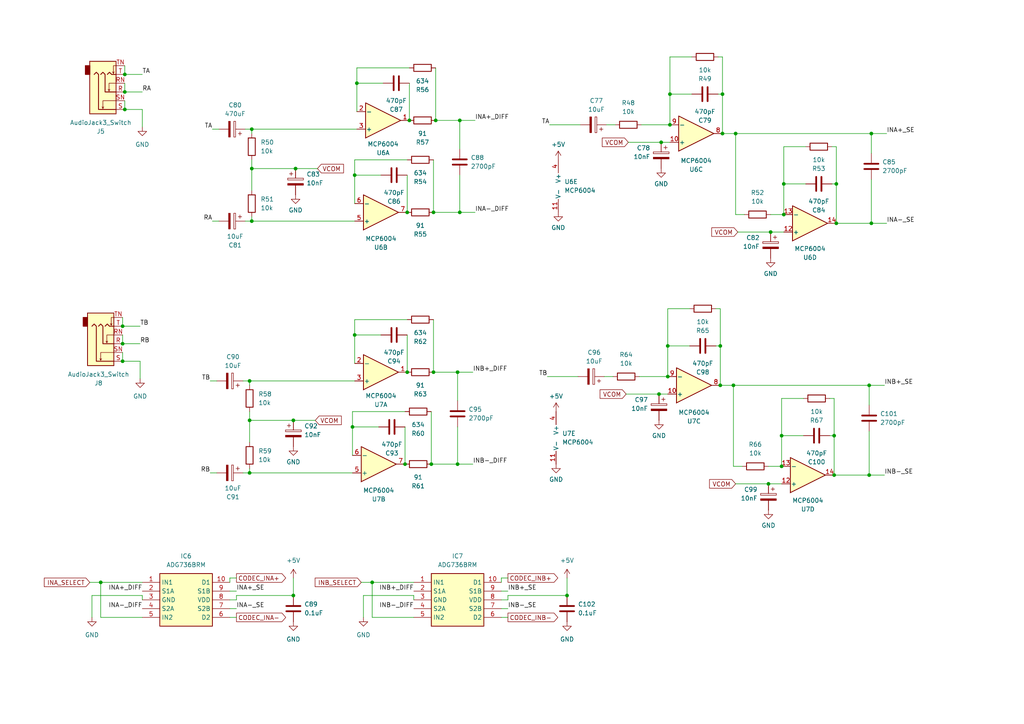
<source format=kicad_sch>
(kicad_sch (version 20230121) (generator eeschema)
  (paper "A4")
  (lib_symbols
    (symbol "Amplifier_Operational:MCP6004" (pin_names (offset 0.127))
      (property "Reference" "U" (at 0 5.08 0))
      (property "Value" "MCP6004" (at 0 -5.08 0))
      (symbol "MCP6004_1_1"
        (polyline (pts (xy -5.08 5.08) (xy 5.08 0) (xy -5.08 -5.08) (xy -5.08 5.08)) (stroke (width 0.254)) (fill (type background)))
        (pin output line (at 7.62 0 180) (length 2.54) (name "~") (number "1"))
        (pin input line (at -7.62 -2.54 0) (length 2.54) (name "-") (number "2"))
        (pin input line (at -7.62 2.54 0) (length 2.54) (name "+") (number "3"))
      )
      (symbol "MCP6004_2_1"
        (polyline (pts (xy -5.08 5.08) (xy 5.08 0) (xy -5.08 -5.08) (xy -5.08 5.08)) (stroke (width 0.254)) (fill (type background)))
        (pin input line (at -7.62 2.54 0) (length 2.54) (name "+") (number "5"))
        (pin input line (at -7.62 -2.54 0) (length 2.54) (name "-") (number "6"))
        (pin output line (at 7.62 0 180) (length 2.54) (name "~") (number "7"))
      )
      (symbol "MCP6004_3_1"
        (polyline (pts (xy -5.08 5.08) (xy 5.08 0) (xy -5.08 -5.08) (xy -5.08 5.08)) (stroke (width 0.254)) (fill (type background)))
        (pin input line (at -7.62 2.54 0) (length 2.54) (name "+") (number "10"))
        (pin output line (at 7.62 0 180) (length 2.54) (name "~") (number "8"))
        (pin input line (at -7.62 -2.54 0) (length 2.54) (name "-") (number "9"))
      )
      (symbol "MCP6004_4_1"
        (polyline (pts (xy -5.08 5.08) (xy 5.08 0) (xy -5.08 -5.08) (xy -5.08 5.08)) (stroke (width 0.254)) (fill (type background)))
        (pin input line (at -7.62 2.54 0) (length 2.54) (name "+") (number "12"))
        (pin input line (at -7.62 -2.54 0) (length 2.54) (name "-") (number "13"))
        (pin output line (at 7.62 0 180) (length 2.54) (name "~") (number "14"))
      )
      (symbol "MCP6004_5_1"
        (pin power_in line (at -2.54 -7.62 90) (length 3.81) (name "V-") (number "11"))
        (pin power_in line (at -2.54 7.62 270) (length 3.81) (name "V+") (number "4"))
      )
    )
    (symbol "Connector_Audio:AudioJack3_Switch"
      (property "Reference" "J" (at 0 11.43 0))
      (property "Value" "AudioJack3_Switch" (at 0 8.89 0))
      (symbol "AudioJack3_Switch_0_1"
        (rectangle (start -5.08 -5.08) (end -6.35 -7.62) (stroke (width 0.254)) (fill (type outline)))
        (polyline (pts (xy -1.27 4.826) (xy -1.016 4.318)))
        (polyline (pts (xy 0.508 -0.254) (xy 0.762 -0.762)))
        (polyline (pts (xy 1.778 -5.334) (xy 2.032 -5.842)))
        (polyline (pts (xy 0 -5.08) (xy 0.635 -5.715) (xy 1.27 -5.08) (xy 2.54 -5.08)) (stroke (width 0.254)))
        (polyline (pts (xy 2.54 -7.62) (xy 1.778 -7.62) (xy 1.778 -5.334) (xy 1.524 -5.842)))
        (polyline (pts (xy 2.54 -2.54) (xy 0.508 -2.54) (xy 0.508 -0.254) (xy 0.254 -0.762)))
        (polyline (pts (xy 2.54 2.54) (xy -1.27 2.54) (xy -1.27 4.826) (xy -1.524 4.318)))
        (polyline (pts (xy -1.905 -5.08) (xy -1.27 -5.715) (xy -0.635 -5.08) (xy -0.635 0) (xy 2.54 0)) (stroke (width 0.254)))
        (polyline (pts (xy 2.54 5.08) (xy -2.54 5.08) (xy -2.54 -5.08) (xy -3.175 -5.715) (xy -3.81 -5.08)) (stroke (width 0.254)))
        (rectangle (start 2.54 6.35) (end -5.08 -8.89) (stroke (width 0.254)) (fill (type background)))
      )
      (symbol "AudioJack3_Switch_1_1"
        (pin passive line (at 5.08 0 180) (length 2.54) (name "~") (number "R"))
        (pin passive line (at 5.08 -2.54 180) (length 2.54) (name "~") (number "RN"))
        (pin passive line (at 5.08 5.08 180) (length 2.54) (name "~") (number "S"))
        (pin passive line (at 5.08 2.54 180) (length 2.54) (name "~") (number "SN"))
        (pin passive line (at 5.08 -5.08 180) (length 2.54) (name "~") (number "T"))
        (pin passive line (at 5.08 -7.62 180) (length 2.54) (name "~") (number "TN"))
      )
    )
    (symbol "Device:C" (pin_numbers hide) (pin_names (offset 0.254))
      (property "Reference" "C" (at 0.635 2.54 0))
      (property "Value" "C" (at 0.635 -2.54 0))
      (symbol "C_0_1"
        (polyline (pts (xy -2.032 -0.762) (xy 2.032 -0.762)) (stroke (width 0.508)))
        (polyline (pts (xy -2.032 0.762) (xy 2.032 0.762)) (stroke (width 0.508)))
      )
      (symbol "C_1_1"
        (pin passive line (at 0 3.81 270) (length 2.794) (name "~") (number "1"))
        (pin passive line (at 0 -3.81 90) (length 2.794) (name "~") (number "2"))
      )
    )
    (symbol "Device:C_Polarized" (pin_numbers hide) (pin_names (offset 0.254))
      (property "Reference" "C" (at 0.635 2.54 0))
      (property "Value" "C_Polarized" (at 0.635 -2.54 0))
      (symbol "C_Polarized_0_1"
        (rectangle (start -2.286 0.508) (end 2.286 1.016))
        (polyline (pts (xy -1.778 2.286) (xy -0.762 2.286)))
        (polyline (pts (xy -1.27 2.794) (xy -1.27 1.778)))
        (rectangle (start 2.286 -0.508) (end -2.286 -1.016) (fill (type outline)))
      )
      (symbol "C_Polarized_1_1"
        (pin passive line (at 0 3.81 270) (length 2.794) (name "~") (number "1"))
        (pin passive line (at 0 -3.81 90) (length 2.794) (name "~") (number "2"))
      )
    )
    (symbol "Device:R" (pin_numbers hide) (pin_names (offset 0))
      (property "Reference" "R" (at 2.032 0 90))
      (property "Value" "R" (at 0 0 90))
      (symbol "R_0_1"
        (rectangle (start -1.016 -2.54) (end 1.016 2.54) (stroke (width 0.254)))
      )
      (symbol "R_1_1"
        (pin passive line (at 0 3.81 270) (length 1.27) (name "~") (number "1"))
        (pin passive line (at 0 -3.81 90) (length 1.27) (name "~") (number "2"))
      )
    )
    (symbol "library:ADG736BRM"
      (property "Reference" "IC" (at 21.59 7.62 0))
      (property "Value" "ADG736BRM" (at 21.59 5.08 0))
      (symbol "ADG736BRM_1_1"
        (rectangle (start 5.08 2.54) (end 20.32 -12.7) (stroke (width 0.254)) (fill (type background)))
        (pin passive line (at 0 0 0) (length 5.08) (name "IN1") (number "1"))
        (pin passive line (at 25.4 0 180) (length 5.08) (name "D1") (number "10"))
        (pin passive line (at 0 -2.54 0) (length 5.08) (name "S1A") (number "2"))
        (pin passive line (at 0 -5.08 0) (length 5.08) (name "GND") (number "3"))
        (pin passive line (at 0 -7.62 0) (length 5.08) (name "S2A") (number "4"))
        (pin passive line (at 0 -10.16 0) (length 5.08) (name "IN2") (number "5"))
        (pin passive line (at 25.4 -10.16 180) (length 5.08) (name "D2") (number "6"))
        (pin passive line (at 25.4 -7.62 180) (length 5.08) (name "S2B") (number "7"))
        (pin passive line (at 25.4 -5.08 180) (length 5.08) (name "VDD") (number "8"))
        (pin passive line (at 25.4 -2.54 180) (length 5.08) (name "S1B") (number "9"))
      )
    )
    (symbol "power:+5V" (power) (pin_names (offset 0))
      (property "Value" "+5V" (at 0 3.556 0))
      (symbol "+5V_0_1"
        (polyline (pts (xy -0.762 1.27) (xy 0 2.54)))
        (polyline (pts (xy 0 0) (xy 0 2.54)))
        (polyline (pts (xy 0 2.54) (xy 0.762 1.27)))
      )
      (symbol "+5V_1_1"
        (pin power_in line (at 0 0 90) (length 0) hide (name "+5V") (number "1"))
      )
    )
    (symbol "power:GND" (power) (pin_names (offset 0))
      (property "Value" "GND" (at 0 -3.81 0))
      (symbol "GND_0_1"
        (polyline (pts (xy 0 0) (xy 0 -1.27) (xy 1.27 -1.27) (xy 0 -2.54) (xy -1.27 -1.27) (xy 0 -1.27)))
      )
      (symbol "GND_1_1"
        (pin power_in line (at 0 0 270) (length 0) hide (name "GND") (number "1"))
      )
    )
  )
  (junction (at 102.235 123.825))
  (junction (at 194.31 27.305))
  (junction (at 133.35 61.595))
  (junction (at 193.675 109.22))
  (junction (at 85.725 48.895))
  (junction (at 36.195 21.59))
  (junction (at 35.56 104.775))
  (junction (at 35.56 99.695))
  (junction (at 242.57 64.77))
  (junction (at 226.695 126.365))
  (junction (at 117.475 134.62))
  (junction (at 125.73 61.595))
  (junction (at 29.21 168.91))
  (junction (at 208.915 111.76))
  (junction (at 209.55 27.305))
  (junction (at 36.195 31.75))
  (junction (at 252.095 111.76))
  (junction (at 72.39 121.92))
  (junction (at 35.56 94.615))
  (junction (at 252.73 64.77))
  (junction (at 118.745 34.925))
  (junction (at 133.35 34.925))
  (junction (at 118.11 61.595))
  (junction (at 103.505 24.13))
  (junction (at 132.715 134.62))
  (junction (at 208.915 100.33))
  (junction (at 102.87 97.155))
  (junction (at 72.39 137.16))
  (junction (at 36.195 26.67))
  (junction (at 85.09 121.92))
  (junction (at 193.675 100.33))
  (junction (at 223.52 67.31))
  (junction (at 102.87 50.8))
  (junction (at 226.695 135.255))
  (junction (at 209.55 38.735))
  (junction (at 73.025 37.465))
  (junction (at 222.885 140.335))
  (junction (at 132.715 107.95))
  (junction (at 252.73 38.735))
  (junction (at 191.77 41.275))
  (junction (at 126.365 34.925))
  (junction (at 125.73 107.95))
  (junction (at 118.11 107.95))
  (junction (at 213.36 38.735))
  (junction (at 241.935 126.365))
  (junction (at 242.57 53.34))
  (junction (at 227.33 62.23))
  (junction (at 194.31 36.195))
  (junction (at 125.095 134.62))
  (junction (at 227.33 53.34))
  (junction (at 107.95 168.91))
  (junction (at 73.025 64.135))
  (junction (at 212.725 111.76))
  (junction (at 73.025 48.895))
  (junction (at 191.135 114.3))
  (junction (at 85.09 172.72))
  (junction (at 72.39 110.49))
  (junction (at 252.095 137.795))
  (junction (at 164.465 172.72))
  (junction (at 241.935 137.795))
  (wire (pts (xy 29.21 179.07) (xy 41.275 179.07)))
  (wire (pts (xy 212.725 135.255) (xy 215.265 135.255)))
  (wire (pts (xy 208.915 111.76) (xy 212.725 111.76)))
  (wire (pts (xy 60.96 110.49) (xy 62.865 110.49)))
  (wire (pts (xy 185.42 109.22) (xy 193.675 109.22)))
  (wire (pts (xy 85.725 48.895) (xy 92.075 48.895)))
  (wire (pts (xy 35.56 99.695) (xy 40.64 99.695)))
  (wire (pts (xy 252.095 137.795) (xy 252.095 125.095)))
  (wire (pts (xy 73.025 62.865) (xy 73.025 64.135)))
  (wire (pts (xy 159.385 36.195) (xy 168.275 36.195)))
  (wire (pts (xy 70.485 137.16) (xy 72.39 137.16)))
  (wire (pts (xy 41.275 31.75) (xy 36.195 31.75)))
  (wire (pts (xy 125.73 61.595) (xy 133.35 61.595)))
  (wire (pts (xy 36.195 26.67) (xy 36.195 24.13)))
  (wire (pts (xy 68.58 172.72) (xy 68.58 173.99)))
  (wire (pts (xy 208.28 16.51) (xy 209.55 16.51)))
  (wire (pts (xy 68.58 173.99) (xy 66.675 173.99)))
  (wire (pts (xy 208.28 27.305) (xy 209.55 27.305)))
  (wire (pts (xy 175.895 36.195) (xy 178.435 36.195)))
  (wire (pts (xy 102.87 46.355) (xy 102.87 50.8)))
  (wire (pts (xy 252.095 111.76) (xy 252.095 117.475)))
  (wire (pts (xy 125.73 92.71) (xy 125.73 107.95)))
  (wire (pts (xy 102.87 97.155) (xy 102.87 105.41)))
  (wire (pts (xy 118.11 46.355) (xy 102.87 46.355)))
  (wire (pts (xy 73.025 64.135) (xy 102.87 64.135)))
  (wire (pts (xy 85.09 172.72) (xy 85.09 167.64)))
  (wire (pts (xy 241.3 53.34) (xy 242.57 53.34)))
  (wire (pts (xy 241.935 137.795) (xy 252.095 137.795)))
  (wire (pts (xy 61.595 37.465) (xy 63.5 37.465)))
  (wire (pts (xy 102.235 119.38) (xy 102.235 123.825)))
  (wire (pts (xy 133.35 61.595) (xy 137.795 61.595)))
  (wire (pts (xy 126.365 19.685) (xy 126.365 34.925)))
  (wire (pts (xy 226.695 126.365) (xy 226.695 135.255)))
  (wire (pts (xy 233.68 42.545) (xy 227.33 42.545)))
  (wire (pts (xy 125.73 61.595) (xy 125.73 46.355)))
  (wire (pts (xy 29.21 179.07) (xy 29.21 168.91)))
  (wire (pts (xy 240.665 115.57) (xy 241.935 115.57)))
  (wire (pts (xy 222.885 135.255) (xy 226.695 135.255)))
  (wire (pts (xy 118.11 92.71) (xy 102.87 92.71)))
  (wire (pts (xy 252.73 64.77) (xy 257.175 64.77)))
  (wire (pts (xy 191.77 41.275) (xy 194.31 41.275)))
  (wire (pts (xy 164.465 172.72) (xy 164.465 167.64)))
  (wire (pts (xy 102.87 97.155) (xy 110.49 97.155)))
  (wire (pts (xy 213.36 38.735) (xy 213.36 62.23)))
  (wire (pts (xy 252.73 64.77) (xy 252.73 52.07)))
  (wire (pts (xy 117.475 123.825) (xy 117.475 134.62)))
  (wire (pts (xy 71.12 37.465) (xy 73.025 37.465)))
  (wire (pts (xy 147.32 179.07) (xy 145.415 179.07)))
  (wire (pts (xy 73.025 48.895) (xy 85.725 48.895)))
  (wire (pts (xy 26.67 172.72) (xy 26.67 179.07)))
  (wire (pts (xy 61.595 64.135) (xy 63.5 64.135)))
  (wire (pts (xy 240.665 126.365) (xy 241.935 126.365)))
  (wire (pts (xy 200.025 89.535) (xy 193.675 89.535)))
  (wire (pts (xy 145.415 171.45) (xy 147.32 171.45)))
  (wire (pts (xy 194.31 16.51) (xy 194.31 27.305)))
  (wire (pts (xy 222.885 140.335) (xy 226.695 140.335)))
  (wire (pts (xy 41.275 172.72) (xy 26.67 172.72)))
  (wire (pts (xy 126.365 34.925) (xy 133.35 34.925)))
  (wire (pts (xy 227.33 42.545) (xy 227.33 53.34)))
  (wire (pts (xy 72.39 135.89) (xy 72.39 137.16)))
  (wire (pts (xy 73.025 48.895) (xy 73.025 55.245)))
  (wire (pts (xy 252.73 38.735) (xy 257.175 38.735)))
  (wire (pts (xy 102.87 92.71) (xy 102.87 97.155)))
  (wire (pts (xy 73.025 37.465) (xy 103.505 37.465)))
  (wire (pts (xy 200.66 27.305) (xy 194.31 27.305)))
  (wire (pts (xy 36.195 26.67) (xy 41.275 26.67)))
  (wire (pts (xy 71.12 64.135) (xy 73.025 64.135)))
  (wire (pts (xy 103.505 19.685) (xy 103.505 24.13)))
  (wire (pts (xy 66.675 167.64) (xy 66.675 168.91)))
  (wire (pts (xy 41.275 172.72) (xy 41.275 173.99)))
  (wire (pts (xy 68.58 172.72) (xy 85.09 172.72)))
  (wire (pts (xy 209.55 16.51) (xy 209.55 27.305)))
  (wire (pts (xy 36.195 21.59) (xy 36.195 19.05)))
  (wire (pts (xy 60.96 137.16) (xy 62.865 137.16)))
  (wire (pts (xy 36.195 31.75) (xy 36.195 29.21)))
  (wire (pts (xy 40.64 104.775) (xy 35.56 104.775)))
  (wire (pts (xy 252.095 137.795) (xy 256.54 137.795)))
  (wire (pts (xy 118.11 97.155) (xy 118.11 107.95)))
  (wire (pts (xy 29.21 168.91) (xy 41.275 168.91)))
  (wire (pts (xy 41.275 36.83) (xy 41.275 31.75)))
  (wire (pts (xy 213.36 62.23) (xy 215.9 62.23)))
  (wire (pts (xy 36.195 21.59) (xy 41.275 21.59)))
  (wire (pts (xy 186.055 36.195) (xy 194.31 36.195)))
  (wire (pts (xy 182.245 41.275) (xy 191.77 41.275)))
  (wire (pts (xy 233.68 53.34) (xy 227.33 53.34)))
  (wire (pts (xy 72.39 110.49) (xy 72.39 111.76)))
  (wire (pts (xy 104.775 168.91) (xy 107.95 168.91)))
  (wire (pts (xy 118.745 24.13) (xy 118.745 34.925)))
  (wire (pts (xy 107.95 179.07) (xy 120.015 179.07)))
  (wire (pts (xy 241.935 126.365) (xy 241.935 137.795)))
  (wire (pts (xy 252.73 38.735) (xy 252.73 44.45)))
  (wire (pts (xy 147.32 167.64) (xy 145.415 167.64)))
  (wire (pts (xy 72.39 121.92) (xy 72.39 119.38)))
  (wire (pts (xy 66.675 171.45) (xy 68.58 171.45)))
  (wire (pts (xy 35.56 104.775) (xy 35.56 102.235)))
  (wire (pts (xy 252.095 111.76) (xy 256.54 111.76)))
  (wire (pts (xy 227.33 53.34) (xy 227.33 62.23)))
  (wire (pts (xy 35.56 99.695) (xy 35.56 97.155)))
  (wire (pts (xy 242.57 42.545) (xy 242.57 53.34)))
  (wire (pts (xy 233.045 126.365) (xy 226.695 126.365)))
  (wire (pts (xy 223.52 62.23) (xy 227.33 62.23)))
  (wire (pts (xy 35.56 94.615) (xy 40.64 94.615)))
  (wire (pts (xy 209.55 27.305) (xy 209.55 38.735)))
  (wire (pts (xy 145.415 167.64) (xy 145.415 168.91)))
  (wire (pts (xy 26.035 168.91) (xy 29.21 168.91)))
  (wire (pts (xy 133.35 50.8) (xy 133.35 61.595)))
  (wire (pts (xy 107.95 168.91) (xy 120.015 168.91)))
  (wire (pts (xy 120.015 172.72) (xy 120.015 173.99)))
  (wire (pts (xy 107.95 179.07) (xy 107.95 168.91)))
  (wire (pts (xy 103.505 24.13) (xy 103.505 32.385)))
  (wire (pts (xy 132.715 107.95) (xy 137.16 107.95)))
  (wire (pts (xy 118.745 19.685) (xy 103.505 19.685)))
  (wire (pts (xy 207.645 100.33) (xy 208.915 100.33)))
  (wire (pts (xy 73.025 48.895) (xy 73.025 46.355)))
  (wire (pts (xy 147.32 172.72) (xy 147.32 173.99)))
  (wire (pts (xy 125.095 134.62) (xy 132.715 134.62)))
  (wire (pts (xy 181.61 114.3) (xy 191.135 114.3)))
  (wire (pts (xy 191.135 114.3) (xy 193.675 114.3)))
  (wire (pts (xy 147.32 172.72) (xy 164.465 172.72)))
  (wire (pts (xy 194.31 27.305) (xy 194.31 36.195)))
  (wire (pts (xy 226.695 115.57) (xy 226.695 126.365)))
  (wire (pts (xy 241.935 115.57) (xy 241.935 126.365)))
  (wire (pts (xy 207.645 89.535) (xy 208.915 89.535)))
  (wire (pts (xy 105.41 172.72) (xy 105.41 179.07)))
  (wire (pts (xy 117.475 119.38) (xy 102.235 119.38)))
  (wire (pts (xy 241.3 42.545) (xy 242.57 42.545)))
  (wire (pts (xy 132.715 116.205) (xy 132.715 107.95)))
  (wire (pts (xy 73.025 37.465) (xy 73.025 38.735)))
  (wire (pts (xy 193.675 89.535) (xy 193.675 100.33)))
  (wire (pts (xy 125.095 134.62) (xy 125.095 119.38)))
  (wire (pts (xy 109.855 123.825) (xy 102.235 123.825)))
  (wire (pts (xy 213.995 67.31) (xy 223.52 67.31)))
  (wire (pts (xy 68.58 179.07) (xy 66.675 179.07)))
  (wire (pts (xy 72.39 121.92) (xy 72.39 128.27)))
  (wire (pts (xy 68.58 167.64) (xy 66.675 167.64)))
  (wire (pts (xy 40.64 109.855) (xy 40.64 104.775)))
  (wire (pts (xy 223.52 67.31) (xy 227.33 67.31)))
  (wire (pts (xy 213.36 140.335) (xy 222.885 140.335)))
  (wire (pts (xy 72.39 110.49) (xy 102.87 110.49)))
  (wire (pts (xy 110.49 50.8) (xy 102.87 50.8)))
  (wire (pts (xy 212.725 111.76) (xy 212.725 135.255)))
  (wire (pts (xy 66.675 176.53) (xy 68.58 176.53)))
  (wire (pts (xy 102.87 50.8) (xy 102.87 59.055)))
  (wire (pts (xy 242.57 53.34) (xy 242.57 64.77)))
  (wire (pts (xy 242.57 64.77) (xy 252.73 64.77)))
  (wire (pts (xy 147.32 173.99) (xy 145.415 173.99)))
  (wire (pts (xy 120.015 172.72) (xy 105.41 172.72)))
  (wire (pts (xy 132.715 134.62) (xy 137.16 134.62)))
  (wire (pts (xy 118.11 50.8) (xy 118.11 61.595)))
  (wire (pts (xy 175.26 109.22) (xy 177.8 109.22)))
  (wire (pts (xy 133.35 34.925) (xy 137.795 34.925)))
  (wire (pts (xy 158.75 109.22) (xy 167.64 109.22)))
  (wire (pts (xy 145.415 176.53) (xy 147.32 176.53)))
  (wire (pts (xy 72.39 137.16) (xy 102.235 137.16)))
  (wire (pts (xy 209.55 38.735) (xy 213.36 38.735)))
  (wire (pts (xy 35.56 94.615) (xy 35.56 92.075)))
  (wire (pts (xy 200.66 16.51) (xy 194.31 16.51)))
  (wire (pts (xy 252.73 38.735) (xy 213.36 38.735)))
  (wire (pts (xy 125.73 107.95) (xy 132.715 107.95)))
  (wire (pts (xy 208.915 100.33) (xy 208.915 111.76)))
  (wire (pts (xy 200.025 100.33) (xy 193.675 100.33)))
  (wire (pts (xy 233.045 115.57) (xy 226.695 115.57)))
  (wire (pts (xy 85.09 121.92) (xy 91.44 121.92)))
  (wire (pts (xy 193.675 100.33) (xy 193.675 109.22)))
  (wire (pts (xy 102.235 123.825) (xy 102.235 132.08)))
  (wire (pts (xy 103.505 24.13) (xy 111.125 24.13)))
  (wire (pts (xy 208.915 89.535) (xy 208.915 100.33)))
  (wire (pts (xy 72.39 121.92) (xy 85.09 121.92)))
  (wire (pts (xy 252.095 111.76) (xy 212.725 111.76)))
  (wire (pts (xy 70.485 110.49) (xy 72.39 110.49)))
  (wire (pts (xy 133.35 43.18) (xy 133.35 34.925)))
  (wire (pts (xy 132.715 123.825) (xy 132.715 134.62)))
  (label "INA+_DIFF" (at 137.795 34.925 0))
  (label "TA" (at 61.595 37.465 180))
  (label "INA+_SE" (at 257.175 38.735 0))
  (label "RA" (at 61.595 64.135 180))
  (label "INB+_SE" (at 256.54 111.76 0))
  (label "TB" (at 158.75 109.22 180))
  (label "RB" (at 60.96 137.16 180))
  (label "INB-_SE" (at 256.54 137.795 0))
  (label "INB+_SE" (at 147.32 171.45 0))
  (label "INB-_DIFF" (at 120.015 176.53 180))
  (label "TB" (at 60.96 110.49 180))
  (label "INB-_DIFF" (at 137.16 134.62 0))
  (label "INA+_DIFF" (at 41.275 171.45 180))
  (label "INA+_SE" (at 68.58 171.45 0))
  (label "TB" (at 40.64 94.615 0))
  (label "RB" (at 40.64 99.695 0))
  (label "TA" (at 41.275 21.59 0))
  (label "INA-_SE" (at 68.58 176.53 0))
  (label "INB+_DIFF" (at 120.015 171.45 180))
  (label "RA" (at 41.275 26.67 0))
  (label "INA-_DIFF" (at 41.275 176.53 180))
  (label "INA-_DIFF" (at 137.795 61.595 0))
  (label "INB+_DIFF" (at 137.16 107.95 0))
  (label "INA-_SE" (at 257.175 64.77 0))
  (label "INB-_SE" (at 147.32 176.53 0))
  (label "TA" (at 159.385 36.195 180))
  (global_label "VCOM" (shape input) (at 91.44 121.92 0) (property "Intersheetrefs" "${INTERSHEET_REFS}" (effects hide)))
  (global_label "CODEC_INB+" (shape output) (at 147.32 167.64 0) (property "Intersheetrefs" "${INTERSHEET_REFS}" (effects hide)))
  (global_label "CODEC_INB-" (shape output) (at 147.32 179.07 0) (property "Intersheetrefs" "${INTERSHEET_REFS}" (effects hide)))
  (global_label "VCOM" (shape input) (at 213.36 140.335 180) (property "Intersheetrefs" "${INTERSHEET_REFS}" (effects hide)))
  (global_label "CODEC_INA+" (shape output) (at 68.58 167.64 0) (property "Intersheetrefs" "${INTERSHEET_REFS}" (effects hide)))
  (global_label "INB_SELECT" (shape input) (at 104.775 168.91 180) (property "Intersheetrefs" "${INTERSHEET_REFS}" (effects hide)))
  (global_label "VCOM" (shape input) (at 213.995 67.31 180) (property "Intersheetrefs" "${INTERSHEET_REFS}" (effects hide)))
  (global_label "INA_SELECT" (shape input) (at 26.035 168.91 180) (property "Intersheetrefs" "${INTERSHEET_REFS}" (effects hide)))
  (global_label "VCOM" (shape input) (at 92.075 48.895 0) (property "Intersheetrefs" "${INTERSHEET_REFS}" (effects hide)))
  (global_label "VCOM" (shape input) (at 182.245 41.275 180) (property "Intersheetrefs" "${INTERSHEET_REFS}" (effects hide)))
  (global_label "VCOM" (shape input) (at 181.61 114.3 180) (property "Intersheetrefs" "${INTERSHEET_REFS}" (effects hide)))
  (global_label "CODEC_INA-" (shape output) (at 68.58 179.07 0) (property "Intersheetrefs" "${INTERSHEET_REFS}" (effects hide)))
  (symbol (lib_id "Amplifier_Operational:MCP6004") (at 234.315 137.795 0) (mirror x) (unit 4)
    (property "Reference" "U7" (at 234.315 147.701 0))
    (property "Value" "MCP6004" (at 234.315 145.161 0))
    (property "Datasheet" "http://ww1.microchip.com/downloads/en/DeviceDoc/21733j.pdf" (effects hide))
  )
  (symbol (lib_id "Device:R") (at 181.61 109.22 90) (unit 1)
    (property "Reference" "R64" (at 181.61 102.87 90))
    (property "Value" "10k" (at 181.61 105.41 90))
  )
  (symbol (lib_id "power:GND") (at 105.41 179.07 0) (unit 1)
    (property "Reference" "#PWR0109" (effects hide))
    (property "Value" "GND" (at 105.41 184.15 0))
  )
  (symbol (lib_id "library:ADG736BRM") (at 41.275 168.91 0) (unit 1)
    (property "Reference" "IC6" (at 53.975 161.29 0))
    (property "Value" "ADG736BRM" (at 53.975 163.83 0))
    (property "Footprint" "SOP50P490X110-10N" (effects hide))
    (property "Datasheet" "https://www.arrow.com/en/products/adg736brm/analog-devices?region=nac" (effects hide))
    (property "Height" "1.1" (effects hide))
    (property "Manufacturer_Name" "Analog Devices" (effects hide))
    (property "Manufacturer_Part_Number" "ADG736BRM" (effects hide))
    (property "Arrow Part Number" "ADG736BRM" (effects hide))
    (property "Arrow Price/Stock" "https://www.arrow.com/en/products/adg736brm/analog-devices?region=nac" (effects hide))
  )
  (symbol (lib_id "Device:C") (at 252.73 48.26 0) (unit 1)
    (property "Reference" "C85" (at 255.905 46.99 0) (effects (justify left)))
    (property "Value" "2700pF" (at 255.905 49.53 0) (effects (justify left)))
  )
  (symbol (lib_id "power:GND") (at 164.465 180.34 0) (unit 1)
    (property "Reference" "#PWR0111" (effects hide))
    (property "Value" "GND" (at 164.465 185.42 0))
  )
  (symbol (lib_id "Device:R") (at 182.245 36.195 90) (unit 1)
    (property "Reference" "R48" (at 182.245 29.845 90))
    (property "Value" "10k" (at 182.245 32.385 90))
  )
  (symbol (lib_id "Device:C_Polarized") (at 85.725 52.705 0) (unit 1)
    (property "Reference" "C83" (at 88.9 50.546 0) (effects (justify left)))
    (property "Value" "10nF" (at 88.9 53.086 0) (effects (justify left)))
  )
  (symbol (lib_id "Device:R") (at 73.025 59.055 0) (unit 1)
    (property "Reference" "R51" (at 75.565 57.785 0) (effects (justify left)))
    (property "Value" "10k" (at 75.565 60.325 0) (effects (justify left)))
  )
  (symbol (lib_id "power:GND") (at 191.135 121.92 0) (unit 1)
    (property "Reference" "#PWR0107" (effects hide))
    (property "Value" "GND" (at 191.135 126.365 0))
  )
  (symbol (lib_id "Device:R") (at 219.075 135.255 90) (unit 1)
    (property "Reference" "R66" (at 219.075 128.905 90))
    (property "Value" "10k" (at 219.075 131.445 90))
  )
  (symbol (lib_id "Device:C") (at 114.935 24.13 270) (mirror x) (unit 1)
    (property "Reference" "C87" (at 114.935 31.75 90))
    (property "Value" "470pF" (at 114.935 29.21 90))
  )
  (symbol (lib_id "Device:C_Polarized") (at 171.45 109.22 270) (mirror x) (unit 1)
    (property "Reference" "C96" (at 172.339 102.235 90))
    (property "Value" "10uF" (at 172.339 104.775 90))
  )
  (symbol (lib_id "power:GND") (at 161.29 134.62 0) (mirror y) (unit 1)
    (property "Reference" "#PWR0106" (effects hide))
    (property "Value" "GND" (at 161.29 139.065 0))
  )
  (symbol (lib_id "Amplifier_Operational:MCP6004") (at 109.855 134.62 0) (mirror x) (unit 2)
    (property "Reference" "U7" (at 109.855 144.78 0))
    (property "Value" "MCP6004" (at 109.855 142.24 0))
    (property "Datasheet" "http://ww1.microchip.com/downloads/en/DeviceDoc/21733j.pdf" (effects hide))
  )
  (symbol (lib_id "power:GND") (at 85.09 129.54 0) (mirror y) (unit 1)
    (property "Reference" "#PWR0104" (effects hide))
    (property "Value" "GND" (at 85.09 133.985 0))
  )
  (symbol (lib_id "power:GND") (at 85.09 180.34 0) (unit 1)
    (property "Reference" "#PWR0102" (effects hide))
    (property "Value" "GND" (at 85.09 185.42 0))
  )
  (symbol (lib_id "Device:C") (at 164.465 176.53 0) (unit 1)
    (property "Reference" "C102" (at 167.64 175.26 0) (effects (justify left)))
    (property "Value" "0.1uF" (at 167.64 177.8 0) (effects (justify left)))
  )
  (symbol (lib_id "Device:R") (at 121.285 119.38 90) (mirror x) (unit 1)
    (property "Reference" "R60" (at 121.285 125.73 90))
    (property "Value" "634" (at 121.285 123.19 90))
  )
  (symbol (lib_id "Device:R") (at 219.71 62.23 90) (unit 1)
    (property "Reference" "R52" (at 219.71 55.88 90))
    (property "Value" "10k" (at 219.71 58.42 90))
  )
  (symbol (lib_id "Device:C_Polarized") (at 191.135 118.11 0) (mirror y) (unit 1)
    (property "Reference" "C97" (at 187.96 115.951 0) (effects (justify left)))
    (property "Value" "10nF" (at 187.96 118.491 0) (effects (justify left)))
  )
  (symbol (lib_id "Device:C") (at 237.49 53.34 270) (mirror x) (unit 1)
    (property "Reference" "C84" (at 237.49 60.96 90))
    (property "Value" "470pF" (at 237.49 58.42 90))
  )
  (symbol (lib_id "power:+5V") (at 161.29 119.38 0) (unit 1)
    (property "Reference" "#PWR0105" (effects hide))
    (property "Value" "+5V" (at 161.29 114.935 0))
  )
  (symbol (lib_id "Device:C") (at 114.3 97.155 270) (mirror x) (unit 1)
    (property "Reference" "C94" (at 114.3 104.775 90))
    (property "Value" "470pF" (at 114.3 102.235 90))
  )
  (symbol (lib_id "power:+5V") (at 164.465 167.64 0) (unit 1)
    (property "Reference" "#PWR0110" (effects hide))
    (property "Value" "+5V" (at 164.465 162.56 0))
  )
  (symbol (lib_id "Device:C_Polarized") (at 67.31 37.465 270) (mirror x) (unit 1)
    (property "Reference" "C80" (at 68.199 30.48 90))
    (property "Value" "470uF" (at 68.199 33.02 90))
  )
  (symbol (lib_id "power:+5V") (at 161.925 46.355 0) (unit 1)
    (property "Reference" "#PWR096" (effects hide))
    (property "Value" "+5V" (at 161.925 41.91 0))
  )
  (symbol (lib_id "Device:C_Polarized") (at 191.77 45.085 0) (mirror y) (unit 1)
    (property "Reference" "C78" (at 188.595 42.926 0) (effects (justify left)))
    (property "Value" "10nF" (at 188.595 45.466 0) (effects (justify left)))
  )
  (symbol (lib_id "Amplifier_Operational:MCP6004") (at 110.49 107.95 0) (mirror x) (unit 1)
    (property "Reference" "U7" (at 110.49 117.348 0))
    (property "Value" "MCP6004" (at 110.49 114.808 0))
    (property "Datasheet" "http://ww1.microchip.com/downloads/en/DeviceDoc/21733j.pdf" (effects hide))
  )
  (symbol (lib_id "Amplifier_Operational:MCP6004") (at 164.465 53.975 0) (unit 5)
    (property "Reference" "U6" (at 163.703 52.705 0) (effects (justify left)))
    (property "Value" "MCP6004" (at 163.703 55.245 0) (effects (justify left)))
    (property "Datasheet" "http://ww1.microchip.com/downloads/en/DeviceDoc/21733j.pdf" (effects hide))
  )
  (symbol (lib_id "power:GND") (at 161.925 61.595 0) (mirror y) (unit 1)
    (property "Reference" "#PWR097" (effects hide))
    (property "Value" "GND" (at 161.925 66.04 0))
  )
  (symbol (lib_id "Amplifier_Operational:MCP6004") (at 110.49 61.595 0) (mirror x) (unit 2)
    (property "Reference" "U6" (at 110.49 71.755 0))
    (property "Value" "MCP6004" (at 110.49 69.215 0))
    (property "Datasheet" "http://ww1.microchip.com/downloads/en/DeviceDoc/21733j.pdf" (effects hide))
  )
  (symbol (lib_id "Connector_Audio:AudioJack3_Switch") (at 30.48 99.695 0) (mirror x) (unit 1)
    (property "Reference" "J8" (at 28.575 111.125 0))
    (property "Value" "AudioJack3_Switch" (at 28.575 108.585 0))
  )
  (symbol (lib_id "Amplifier_Operational:MCP6004") (at 201.93 38.735 0) (mirror x) (unit 3)
    (property "Reference" "U6" (at 201.93 49.149 0))
    (property "Value" "MCP6004" (at 201.93 46.609 0))
    (property "Datasheet" "http://ww1.microchip.com/downloads/en/DeviceDoc/21733j.pdf" (effects hide))
  )
  (symbol (lib_id "power:+5V") (at 85.09 167.64 0) (unit 1)
    (property "Reference" "#PWR098" (effects hide))
    (property "Value" "+5V" (at 85.09 162.56 0))
  )
  (symbol (lib_id "power:GND") (at 41.275 36.83 0) (unit 1)
    (property "Reference" "#PWR091" (effects hide))
    (property "Value" "GND" (at 41.275 41.91 0))
  )
  (symbol (lib_id "Device:R") (at 203.835 89.535 90) (mirror x) (unit 1)
    (property "Reference" "R65" (at 203.835 95.885 90))
    (property "Value" "10k" (at 203.835 93.345 90))
  )
  (symbol (lib_id "Device:C_Polarized") (at 223.52 71.12 0) (mirror y) (unit 1)
    (property "Reference" "C82" (at 220.345 68.961 0) (effects (justify left)))
    (property "Value" "10nF" (at 220.345 71.501 0) (effects (justify left)))
  )
  (symbol (lib_id "Device:R") (at 72.39 115.57 0) (unit 1)
    (property "Reference" "R58" (at 74.93 114.3 0) (effects (justify left)))
    (property "Value" "10k" (at 74.93 116.84 0) (effects (justify left)))
  )
  (symbol (lib_id "power:GND") (at 223.52 74.93 0) (unit 1)
    (property "Reference" "#PWR0100" (effects hide))
    (property "Value" "GND" (at 223.52 79.375 0))
  )
  (symbol (lib_id "Device:C_Polarized") (at 66.675 137.16 270) (unit 1)
    (property "Reference" "C91" (at 67.564 144.145 90))
    (property "Value" "10uF" (at 67.564 141.605 90))
  )
  (symbol (lib_id "Connector_Audio:AudioJack3_Switch") (at 31.115 26.67 0) (mirror x) (unit 1)
    (property "Reference" "J5" (at 29.21 38.1 0))
    (property "Value" "AudioJack3_Switch" (at 29.21 35.56 0))
  )
  (symbol (lib_id "Device:R") (at 236.855 115.57 90) (mirror x) (unit 1)
    (property "Reference" "R67" (at 236.855 121.92 90))
    (property "Value" "10k" (at 236.855 119.38 90))
  )
  (symbol (lib_id "Device:C") (at 132.715 120.015 0) (unit 1)
    (property "Reference" "C95" (at 135.89 118.745 0) (effects (justify left)))
    (property "Value" "2700pF" (at 135.89 121.285 0) (effects (justify left)))
  )
  (symbol (lib_id "Amplifier_Operational:MCP6004") (at 111.125 34.925 0) (mirror x) (unit 1)
    (property "Reference" "U6" (at 111.125 44.323 0))
    (property "Value" "MCP6004" (at 111.125 41.783 0))
    (property "Datasheet" "http://ww1.microchip.com/downloads/en/DeviceDoc/21733j.pdf" (effects hide))
  )
  (symbol (lib_id "Device:C") (at 114.3 50.8 270) (mirror x) (unit 1)
    (property "Reference" "C86" (at 114.3 58.42 90))
    (property "Value" "470pF" (at 114.3 55.88 90))
  )
  (symbol (lib_id "power:GND") (at 222.885 147.955 0) (unit 1)
    (property "Reference" "#PWR0108" (effects hide))
    (property "Value" "GND" (at 222.885 152.4 0))
  )
  (symbol (lib_id "Device:C_Polarized") (at 172.085 36.195 270) (mirror x) (unit 1)
    (property "Reference" "C77" (at 172.974 29.21 90))
    (property "Value" "10uF" (at 172.974 31.75 90))
  )
  (symbol (lib_id "Device:R") (at 122.555 34.925 90) (mirror x) (unit 1)
    (property "Reference" "R57" (at 122.555 41.275 90))
    (property "Value" "91" (at 122.555 38.735 90))
  )
  (symbol (lib_id "Device:R") (at 73.025 42.545 0) (unit 1)
    (property "Reference" "R50" (at 75.565 41.275 0) (effects (justify left)))
    (property "Value" "10k" (at 75.565 43.815 0) (effects (justify left)))
  )
  (symbol (lib_id "Device:C") (at 252.095 121.285 0) (unit 1)
    (property "Reference" "C101" (at 255.27 120.015 0) (effects (justify left)))
    (property "Value" "2700pF" (at 255.27 122.555 0) (effects (justify left)))
  )
  (symbol (lib_id "Device:R") (at 121.285 134.62 90) (mirror x) (unit 1)
    (property "Reference" "R61" (at 121.285 140.97 90))
    (property "Value" "91" (at 121.285 138.43 90))
  )
  (symbol (lib_id "Device:C") (at 204.47 27.305 270) (mirror x) (unit 1)
    (property "Reference" "C79" (at 204.47 34.925 90))
    (property "Value" "470pF" (at 204.47 32.385 90))
  )
  (symbol (lib_id "Device:R") (at 121.92 61.595 90) (mirror x) (unit 1)
    (property "Reference" "R55" (at 121.92 67.945 90))
    (property "Value" "91" (at 121.92 65.405 90))
  )
  (symbol (lib_id "Amplifier_Operational:MCP6004") (at 234.95 64.77 0) (mirror x) (unit 4)
    (property "Reference" "U6" (at 234.95 74.676 0))
    (property "Value" "MCP6004" (at 234.95 72.136 0))
    (property "Datasheet" "http://ww1.microchip.com/downloads/en/DeviceDoc/21733j.pdf" (effects hide))
  )
  (symbol (lib_id "Device:R") (at 121.92 46.355 90) (mirror x) (unit 1)
    (property "Reference" "R54" (at 121.92 52.705 90))
    (property "Value" "634" (at 121.92 50.165 90))
  )
  (symbol (lib_id "Device:C_Polarized") (at 67.31 64.135 270) (unit 1)
    (property "Reference" "C81" (at 68.199 71.12 90))
    (property "Value" "10uF" (at 68.199 68.58 90))
  )
  (symbol (lib_id "library:ADG736BRM") (at 120.015 168.91 0) (unit 1)
    (property "Reference" "IC7" (at 132.715 161.29 0))
    (property "Value" "ADG736BRM" (at 132.715 163.83 0))
    (property "Footprint" "SOP50P490X110-10N" (effects hide))
    (property "Datasheet" "https://www.arrow.com/en/products/adg736brm/analog-devices?region=nac" (effects hide))
    (property "Height" "1.1" (effects hide))
    (property "Manufacturer_Name" "Analog Devices" (effects hide))
    (property "Manufacturer_Part_Number" "ADG736BRM" (effects hide))
    (property "Arrow Part Number" "ADG736BRM" (effects hide))
    (property "Arrow Price/Stock" "https://www.arrow.com/en/products/adg736brm/analog-devices?region=nac" (effects hide))
  )
  (symbol (lib_id "Device:C_Polarized") (at 66.675 110.49 270) (mirror x) (unit 1)
    (property "Reference" "C90" (at 67.564 103.505 90))
    (property "Value" "10uF" (at 67.564 106.045 90))
  )
  (symbol (lib_id "power:GND") (at 26.67 179.07 0) (unit 1)
    (property "Reference" "#PWR093" (effects hide))
    (property "Value" "GND" (at 26.67 184.15 0))
  )
  (symbol (lib_id "Device:R") (at 237.49 42.545 90) (mirror x) (unit 1)
    (property "Reference" "R53" (at 237.49 48.895 90))
    (property "Value" "10k" (at 237.49 46.355 90))
  )
  (symbol (lib_id "power:GND") (at 191.77 48.895 0) (unit 1)
    (property "Reference" "#PWR099" (effects hide))
    (property "Value" "GND" (at 191.77 53.34 0))
  )
  (symbol (lib_id "Device:R") (at 122.555 19.685 90) (mirror x) (unit 1)
    (property "Reference" "R56" (at 122.555 26.035 90))
    (property "Value" "634" (at 122.555 23.495 90))
  )
  (symbol (lib_id "power:GND") (at 40.64 109.855 0) (unit 1)
    (property "Reference" "#PWR0103" (effects hide))
    (property "Value" "GND" (at 40.64 114.935 0))
  )
  (symbol (lib_id "Amplifier_Operational:MCP6004") (at 201.295 111.76 0) (mirror x) (unit 3)
    (property "Reference" "U7" (at 201.295 122.174 0))
    (property "Value" "MCP6004" (at 201.295 119.634 0))
    (property "Datasheet" "http://ww1.microchip.com/downloads/en/DeviceDoc/21733j.pdf" (effects hide))
  )
  (symbol (lib_id "Amplifier_Operational:MCP6004") (at 163.83 127 0) (unit 5)
    (property "Reference" "U7" (at 163.068 125.73 0) (effects (justify left)))
    (property "Value" "MCP6004" (at 163.068 128.27 0) (effects (justify left)))
    (property "Datasheet" "http://ww1.microchip.com/downloads/en/DeviceDoc/21733j.pdf" (effects hide))
  )
  (symbol (lib_id "Device:R") (at 121.92 92.71 90) (mirror x) (unit 1)
    (property "Reference" "R62" (at 121.92 99.06 90))
    (property "Value" "634" (at 121.92 96.52 90))
  )
  (symbol (lib_id "Device:R") (at 72.39 132.08 0) (unit 1)
    (property "Reference" "R59" (at 74.93 130.81 0) (effects (justify left)))
    (property "Value" "10k" (at 74.93 133.35 0) (effects (justify left)))
  )
  (symbol (lib_id "Device:C") (at 113.665 123.825 270) (mirror x) (unit 1)
    (property "Reference" "C93" (at 113.665 131.445 90))
    (property "Value" "470pF" (at 113.665 128.905 90))
  )
  (symbol (lib_id "Device:R") (at 204.47 16.51 90) (mirror x) (unit 1)
    (property "Reference" "R49" (at 204.47 22.86 90))
    (property "Value" "10k" (at 204.47 20.32 90))
  )
  (symbol (lib_id "Device:C") (at 85.09 176.53 0) (unit 1)
    (property "Reference" "C89" (at 88.265 175.26 0) (effects (justify left)))
    (property "Value" "0.1uF" (at 88.265 177.8 0) (effects (justify left)))
  )
  (symbol (lib_id "Device:C_Polarized") (at 85.09 125.73 0) (unit 1)
    (property "Reference" "C92" (at 88.265 123.571 0) (effects (justify left)))
    (property "Value" "10nF" (at 88.265 126.111 0) (effects (justify left)))
  )
  (symbol (lib_id "Device:R") (at 121.92 107.95 90) (mirror x) (unit 1)
    (property "Reference" "R63" (at 121.92 114.3 90))
    (property "Value" "91" (at 121.92 111.76 90))
  )
  (symbol (lib_id "power:GND") (at 85.725 56.515 0) (mirror y) (unit 1)
    (property "Reference" "#PWR0101" (effects hide))
    (property "Value" "GND" (at 85.725 60.96 0))
  )
  (symbol (lib_id "Device:C") (at 203.835 100.33 270) (mirror x) (unit 1)
    (property "Reference" "C98" (at 203.835 107.95 90))
    (property "Value" "470pF" (at 203.835 105.41 90))
  )
  (symbol (lib_id "Device:C_Polarized") (at 222.885 144.145 0) (mirror y) (unit 1)
    (property "Reference" "C99" (at 219.71 141.986 0) (effects (justify left)))
    (property "Value" "10nF" (at 219.71 144.526 0) (effects (justify left)))
  )
  (symbol (lib_id "Device:C") (at 133.35 46.99 0) (unit 1)
    (property "Reference" "C88" (at 136.525 45.72 0) (effects (justify left)))
    (property "Value" "2700pF" (at 136.525 48.26 0) (effects (justify left)))
  )
  (symbol (lib_id "Device:C") (at 236.855 126.365 270) (mirror x) (unit 1)
    (property "Reference" "C100" (at 236.855 133.985 90))
    (property "Value" "470pF" (at 236.855 131.445 90))
  )
)
</source>
